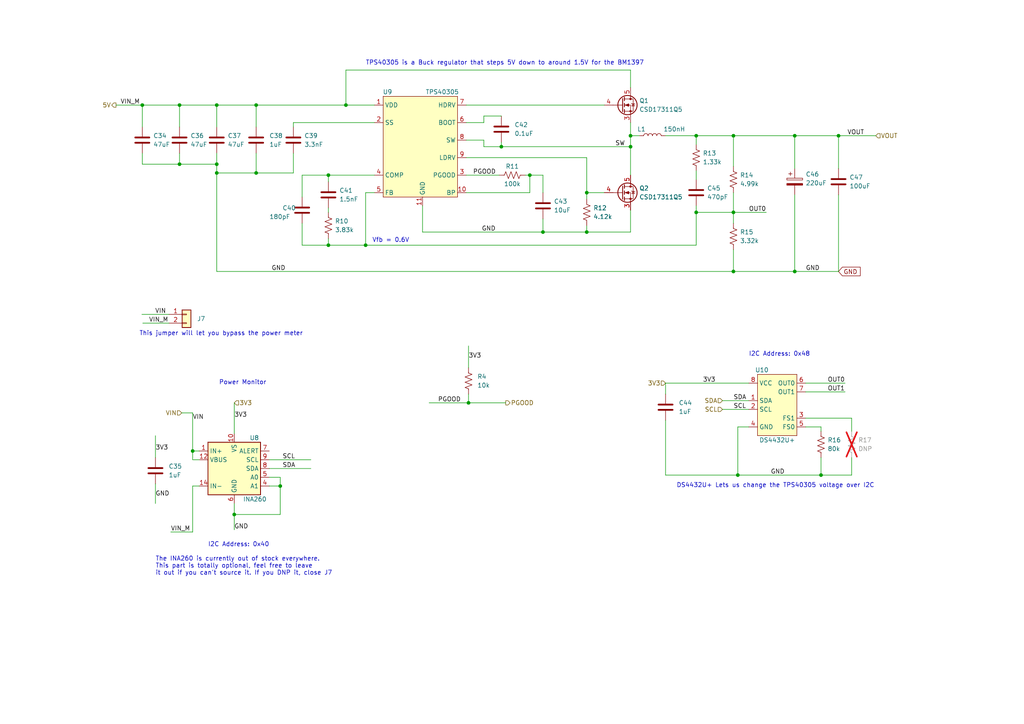
<source format=kicad_sch>
(kicad_sch (version 20230121) (generator eeschema)
  (paper "A4")
  (lib_symbols
    (symbol "Connector_Generic:Conn_01x02" (pin_names (offset 1.016) hide)
      (property "Reference" "J" (at 0 2.54 0))
      (property "Value" "Conn_01x02" (at 0 -5.08 0))
      (symbol "Conn_01x02_1_1"
        (rectangle (start -1.27 -2.413) (end 0 -2.667) (stroke (width 0.1524)))
        (rectangle (start -1.27 0.127) (end 0 -0.127) (stroke (width 0.1524)))
        (rectangle (start -1.27 1.27) (end 1.27 -3.81) (stroke (width 0.254)) (fill (type background)))
        (pin passive line (at -5.08 0 0) (length 3.81) (name "Pin_1") (number "1"))
        (pin passive line (at -5.08 -2.54 0) (length 3.81) (name "Pin_2") (number "2"))
      )
    )
    (symbol "Device:C" (pin_numbers hide) (pin_names (offset 0.254))
      (property "Reference" "C" (at 0.635 2.54 0))
      (property "Value" "C" (at 0.635 -2.54 0))
      (symbol "C_0_1"
        (polyline (pts (xy -2.032 -0.762) (xy 2.032 -0.762)) (stroke (width 0.508)))
        (polyline (pts (xy -2.032 0.762) (xy 2.032 0.762)) (stroke (width 0.508)))
      )
      (symbol "C_1_1"
        (pin passive line (at 0 3.81 270) (length 2.794) (name "~") (number "1"))
        (pin passive line (at 0 -3.81 90) (length 2.794) (name "~") (number "2"))
      )
    )
    (symbol "Device:C_Polarized" (pin_numbers hide) (pin_names (offset 0.254))
      (property "Reference" "C" (at 0.635 2.54 0))
      (property "Value" "C_Polarized" (at 0.635 -2.54 0))
      (symbol "C_Polarized_0_1"
        (rectangle (start -2.286 0.508) (end 2.286 1.016))
        (polyline (pts (xy -1.778 2.286) (xy -0.762 2.286)))
        (polyline (pts (xy -1.27 2.794) (xy -1.27 1.778)))
        (rectangle (start 2.286 -0.508) (end -2.286 -1.016) (fill (type outline)))
      )
      (symbol "C_Polarized_1_1"
        (pin passive line (at 0 3.81 270) (length 2.794) (name "~") (number "1"))
        (pin passive line (at 0 -3.81 90) (length 2.794) (name "~") (number "2"))
      )
    )
    (symbol "Device:L" (pin_numbers hide) (pin_names (offset 1.016) hide)
      (property "Reference" "L" (at -1.27 0 90))
      (property "Value" "L" (at 1.905 0 90))
      (symbol "L_0_1"
        (arc (start 0 -2.54) (mid 0.6323 -1.905) (end 0 -1.27))
        (arc (start 0 -1.27) (mid 0.6323 -0.635) (end 0 0))
        (arc (start 0 0) (mid 0.6323 0.635) (end 0 1.27))
        (arc (start 0 1.27) (mid 0.6323 1.905) (end 0 2.54))
      )
      (symbol "L_1_1"
        (pin passive line (at 0 3.81 270) (length 1.27) (name "1") (number "1"))
        (pin passive line (at 0 -3.81 90) (length 1.27) (name "2") (number "2"))
      )
    )
    (symbol "Device:R_US" (pin_numbers hide) (pin_names (offset 0))
      (property "Reference" "R" (at 2.54 0 90))
      (property "Value" "R_US" (at -2.54 0 90))
      (symbol "R_US_0_1"
        (polyline (pts (xy 0 -2.286) (xy 0 -2.54)))
        (polyline (pts (xy 0 2.286) (xy 0 2.54)))
        (polyline (pts (xy 0 -0.762) (xy 1.016 -1.143) (xy 0 -1.524) (xy -1.016 -1.905) (xy 0 -2.286)))
        (polyline (pts (xy 0 0.762) (xy 1.016 0.381) (xy 0 0) (xy -1.016 -0.381) (xy 0 -0.762)))
        (polyline (pts (xy 0 2.286) (xy 1.016 1.905) (xy 0 1.524) (xy -1.016 1.143) (xy 0 0.762)))
      )
      (symbol "R_US_1_1"
        (pin passive line (at 0 3.81 270) (length 1.27) (name "~") (number "1"))
        (pin passive line (at 0 -3.81 90) (length 1.27) (name "~") (number "2"))
      )
    )
    (symbol "Q_NMOS_CSD17311Q5_1" (pin_names (offset 0) hide)
      (property "Reference" "Q" (at 5.08 1.27 0))
      (property "Value" "Q_NMOS_CSD17311Q5_1" (at 5.08 -1.27 0))
      (symbol "Q_NMOS_CSD17311Q5_1_0_1"
        (polyline (pts (xy 0.254 0) (xy -2.54 0)))
        (polyline (pts (xy 0.254 1.905) (xy 0.254 -1.905)) (stroke (width 0.254)))
        (polyline (pts (xy 0.762 -1.27) (xy 0.762 -2.286)) (stroke (width 0.254)))
        (polyline (pts (xy 0.762 0.508) (xy 0.762 -0.508)) (stroke (width 0.254)))
        (polyline (pts (xy 0.762 2.286) (xy 0.762 1.27)) (stroke (width 0.254)))
        (polyline (pts (xy 2.54 2.54) (xy 2.54 1.778)))
        (polyline (pts (xy 2.54 -2.54) (xy 2.54 0) (xy 0.762 0)))
        (polyline (pts (xy 0.762 -1.778) (xy 3.302 -1.778) (xy 3.302 1.778) (xy 0.762 1.778)))
        (polyline (pts (xy 1.016 0) (xy 2.032 0.381) (xy 2.032 -0.381) (xy 1.016 0)) (fill (type outline)))
        (polyline (pts (xy 2.794 0.508) (xy 2.921 0.381) (xy 3.683 0.381) (xy 3.81 0.254)))
        (polyline (pts (xy 3.302 0.381) (xy 2.921 -0.254) (xy 3.683 -0.254) (xy 3.302 0.381)))
        (circle (center 1.651 0) (radius 2.794) (stroke (width 0.254)))
        (circle (center 2.54 -1.778) (radius 0.254) (fill (type outline)))
        (circle (center 2.54 1.778) (radius 0.254) (fill (type outline)))
      )
      (symbol "Q_NMOS_CSD17311Q5_1_1_1"
        (pin passive line (at 2.54 -5.08 90) (length 2.54) hide (name "") (number "1"))
        (pin passive line (at 2.54 -5.08 90) (length 2.54) hide (name "") (number "2"))
        (pin passive line (at 2.54 -5.08 90) (length 2.54) (name "S") (number "3"))
        (pin input line (at -5.08 0 0) (length 2.54) (name "G") (number "4"))
        (pin passive line (at 2.54 5.08 270) (length 2.54) (name "D") (number "5"))
      )
    )
    (symbol "Sensor:INA260"
      (property "Reference" "U" (at -6.35 8.89 0))
      (property "Value" "INA260" (at 2.54 8.89 0))
      (symbol "INA260_0_1"
        (rectangle (start -7.62 7.62) (end 7.62 -7.62) (stroke (width 0.254)) (fill (type background)))
      )
      (symbol "INA260_1_1"
        (pin passive line (at -10.16 5.08 0) (length 2.54) (name "IN+") (number "1"))
        (pin power_in line (at 0 10.16 270) (length 2.54) (name "VS") (number "10"))
        (pin passive line (at 0 -10.16 90) (length 2.54) hide (name "GND") (number "11"))
        (pin passive line (at -10.16 2.54 0) (length 2.54) (name "VBUS") (number "12"))
        (pin no_connect line (at 2.54 -7.62 90) (length 2.54) hide (name "NC") (number "13"))
        (pin passive line (at -10.16 -5.08 0) (length 2.54) (name "IN-") (number "14"))
        (pin passive line (at -10.16 -5.08 0) (length 2.54) hide (name "IN-") (number "15"))
        (pin passive line (at -10.16 -5.08 0) (length 2.54) hide (name "IN-") (number "16"))
        (pin passive line (at -10.16 5.08 0) (length 2.54) hide (name "IN+") (number "2"))
        (pin passive line (at -10.16 5.08 0) (length 2.54) hide (name "IN+") (number "3"))
        (pin input line (at 10.16 -5.08 180) (length 2.54) (name "A1") (number "4"))
        (pin input line (at 10.16 -2.54 180) (length 2.54) (name "A0") (number "5"))
        (pin power_in line (at 0 -10.16 90) (length 2.54) (name "GND") (number "6"))
        (pin open_collector line (at 10.16 5.08 180) (length 2.54) (name "ALERT") (number "7"))
        (pin bidirectional line (at 10.16 0 180) (length 2.54) (name "SDA") (number "8"))
        (pin input line (at 10.16 2.54 180) (length 2.54) (name "SCL") (number "9"))
      )
    )
    (symbol "TPS40305:DS4432U+"
      (property "Reference" "U" (at 3.81 10.16 0))
      (property "Value" "DS4432U+" (at -1.27 -10.16 0))
      (symbol "DS4432U+_0_1"
        (rectangle (start -6.35 8.89) (end 5.08 -8.89) (stroke (width 0.1524)) (fill (type background)))
      )
      (symbol "DS4432U+_1_1"
        (pin input line (at -8.89 1.27 0) (length 2.54) (name "SDA") (number "1"))
        (pin input line (at -8.89 -1.27 0) (length 2.54) (name "SCL") (number "2"))
        (pin input line (at 7.62 -3.81 180) (length 2.54) (name "FS1") (number "3"))
        (pin power_in line (at -8.89 -6.35 0) (length 2.54) (name "GND") (number "4"))
        (pin input line (at 7.62 -6.35 180) (length 2.54) (name "FS0") (number "5"))
        (pin output line (at 7.62 6.35 180) (length 2.54) (name "OUT0") (number "6"))
        (pin output line (at 7.62 3.81 180) (length 2.54) (name "OUT1") (number "7"))
        (pin power_in line (at -8.89 6.35 0) (length 2.54) (name "VCC") (number "8"))
      )
    )
    (symbol "TPS40305:TPS40305"
      (property "Reference" "U" (at 10.16 16.51 0))
      (property "Value" "TPS40305" (at -7.62 16.51 0))
      (symbol "TPS40305_0_1"
        (rectangle (start -11.43 15.24) (end 10.16 -13.97) (stroke (width 0.1524)) (fill (type background)))
      )
      (symbol "TPS40305_1_1"
        (pin input line (at -13.97 12.7 0) (length 2.54) (name "VDD") (number "1"))
        (pin input line (at 12.7 -12.7 180) (length 2.54) (name "BP") (number "10"))
        (pin input line (at 0 -16.51 90) (length 2.54) (name "GND") (number "11"))
        (pin input line (at -13.97 7.62 0) (length 2.54) (name "SS") (number "2"))
        (pin input line (at 12.7 -7.62 180) (length 2.54) (name "PGOOD") (number "3"))
        (pin input line (at -13.97 -7.62 0) (length 2.54) (name "COMP") (number "4"))
        (pin input line (at -13.97 -12.7 0) (length 2.54) (name "FB") (number "5"))
        (pin input line (at 12.7 7.62 180) (length 2.54) (name "BOOT") (number "6"))
        (pin input line (at 12.7 12.7 180) (length 2.54) (name "HDRV") (number "7"))
        (pin input line (at 12.7 2.54 180) (length 2.54) (name "SW") (number "8"))
        (pin input line (at 12.7 -2.54 180) (length 2.54) (name "LDRV") (number "9"))
      )
    )
  )
  (junction (at 135.89 116.84))
  (junction (at 62.865 50.165))
  (junction (at 201.93 61.595))
  (junction (at 62.865 47.625))
  (junction (at 238.125 137.795))
  (junction (at 153.67 50.8))
  (junction (at 213.995 137.795))
  (junction (at 41.275 30.48))
  (junction (at 145.415 42.545))
  (junction (at 182.88 42.545))
  (junction (at 212.725 78.74))
  (junction (at 95.25 50.8))
  (junction (at 182.88 39.37))
  (junction (at 170.18 55.88))
  (junction (at 230.505 78.74))
  (junction (at 212.725 39.37))
  (junction (at 52.07 47.625))
  (junction (at 74.295 30.48))
  (junction (at 100.33 30.48))
  (junction (at 106.045 71.12))
  (junction (at 67.945 149.225))
  (junction (at 52.07 30.48))
  (junction (at 230.505 39.37))
  (junction (at 212.725 61.595))
  (junction (at 81.28 140.97))
  (junction (at 157.48 67.31))
  (junction (at 62.865 30.48))
  (junction (at 74.295 50.165))
  (junction (at 243.205 39.37))
  (junction (at 55.88 130.81))
  (junction (at 201.93 39.37))
  (junction (at 95.25 71.12))
  (junction (at 170.18 67.31))
  (wire (pts (xy 247.015 137.795) (xy 238.125 137.795)))
  (wire (pts (xy 243.205 39.37) (xy 230.505 39.37)))
  (wire (pts (xy 193.04 111.125) (xy 217.17 111.125)))
  (wire (pts (xy 157.48 63.5) (xy 157.48 67.31)))
  (wire (pts (xy 41.275 30.48) (xy 52.07 30.48)))
  (wire (pts (xy 108.585 50.8) (xy 95.25 50.8)))
  (wire (pts (xy 182.88 35.56) (xy 182.88 39.37)))
  (wire (pts (xy 243.205 48.895) (xy 243.205 39.37)))
  (wire (pts (xy 170.18 55.88) (xy 175.26 55.88)))
  (wire (pts (xy 67.945 116.84) (xy 67.945 125.73)))
  (wire (pts (xy 95.25 60.325) (xy 95.25 61.595)))
  (wire (pts (xy 74.295 44.45) (xy 74.295 50.165)))
  (wire (pts (xy 212.725 55.88) (xy 212.725 61.595)))
  (wire (pts (xy 170.18 45.72) (xy 170.18 55.88)))
  (wire (pts (xy 55.88 130.81) (xy 55.88 119.761)))
  (wire (pts (xy 52.07 44.45) (xy 52.07 47.625)))
  (wire (pts (xy 170.18 67.31) (xy 170.18 65.405)))
  (wire (pts (xy 233.68 113.665) (xy 245.11 113.665)))
  (wire (pts (xy 85.09 44.45) (xy 85.09 50.165)))
  (wire (pts (xy 247.015 132.715) (xy 247.015 137.795)))
  (wire (pts (xy 182.88 20.32) (xy 100.33 20.32)))
  (wire (pts (xy 193.04 114.3) (xy 193.04 111.125)))
  (wire (pts (xy 201.93 39.37) (xy 201.93 41.91)))
  (wire (pts (xy 57.785 133.35) (xy 55.88 133.35)))
  (wire (pts (xy 52.07 47.625) (xy 62.865 47.625)))
  (wire (pts (xy 243.205 39.37) (xy 254 39.37)))
  (wire (pts (xy 55.88 140.97) (xy 55.88 154.305)))
  (wire (pts (xy 124.46 116.84) (xy 135.89 116.84)))
  (wire (pts (xy 87.63 71.12) (xy 87.63 64.77)))
  (wire (pts (xy 87.63 50.8) (xy 87.63 57.15)))
  (wire (pts (xy 49.53 154.305) (xy 55.88 154.305)))
  (wire (pts (xy 209.55 116.205) (xy 217.17 116.205)))
  (wire (pts (xy 62.865 50.165) (xy 74.295 50.165)))
  (wire (pts (xy 78.105 138.43) (xy 81.28 138.43)))
  (wire (pts (xy 122.555 67.31) (xy 157.48 67.31)))
  (wire (pts (xy 81.28 149.225) (xy 67.945 149.225)))
  (wire (pts (xy 213.995 123.825) (xy 217.17 123.825)))
  (wire (pts (xy 62.865 78.74) (xy 212.725 78.74)))
  (wire (pts (xy 201.93 49.53) (xy 201.93 52.07)))
  (wire (pts (xy 57.785 130.81) (xy 55.88 130.81)))
  (wire (pts (xy 74.295 30.48) (xy 74.295 36.83)))
  (wire (pts (xy 95.25 69.215) (xy 95.25 71.12)))
  (wire (pts (xy 233.68 121.285) (xy 247.015 121.285)))
  (wire (pts (xy 212.725 72.39) (xy 212.725 78.74)))
  (wire (pts (xy 41.402 93.726) (xy 49.022 93.726)))
  (wire (pts (xy 157.48 67.31) (xy 170.18 67.31)))
  (wire (pts (xy 238.125 132.715) (xy 238.125 137.795)))
  (wire (pts (xy 153.67 55.88) (xy 153.67 50.8)))
  (wire (pts (xy 230.505 39.37) (xy 230.505 48.895)))
  (wire (pts (xy 212.725 61.595) (xy 212.725 64.77)))
  (wire (pts (xy 140.335 40.64) (xy 140.335 42.545)))
  (wire (pts (xy 182.88 60.96) (xy 182.88 67.31)))
  (wire (pts (xy 81.28 138.43) (xy 81.28 140.97)))
  (wire (pts (xy 135.255 45.72) (xy 170.18 45.72)))
  (wire (pts (xy 135.255 40.64) (xy 140.335 40.64)))
  (wire (pts (xy 41.275 47.625) (xy 52.07 47.625)))
  (wire (pts (xy 233.68 111.125) (xy 245.11 111.125)))
  (wire (pts (xy 135.255 55.88) (xy 153.67 55.88)))
  (wire (pts (xy 41.275 36.83) (xy 41.275 30.48)))
  (wire (pts (xy 230.505 56.515) (xy 230.505 78.74)))
  (wire (pts (xy 62.865 30.48) (xy 62.865 36.83)))
  (wire (pts (xy 152.4 50.8) (xy 153.67 50.8)))
  (wire (pts (xy 52.07 30.48) (xy 62.865 30.48)))
  (wire (pts (xy 213.995 137.795) (xy 213.995 123.825)))
  (wire (pts (xy 45.085 140.335) (xy 45.085 146.05)))
  (wire (pts (xy 140.335 42.545) (xy 145.415 42.545)))
  (wire (pts (xy 230.505 39.37) (xy 212.725 39.37)))
  (wire (pts (xy 100.33 20.32) (xy 100.33 30.48)))
  (wire (pts (xy 182.88 67.31) (xy 170.18 67.31)))
  (wire (pts (xy 67.945 149.225) (xy 67.945 153.67)))
  (wire (pts (xy 233.68 123.825) (xy 238.125 123.825)))
  (wire (pts (xy 135.89 116.84) (xy 146.685 116.84)))
  (wire (pts (xy 170.18 55.88) (xy 170.18 57.785)))
  (wire (pts (xy 182.88 42.545) (xy 182.88 50.8)))
  (wire (pts (xy 95.25 71.12) (xy 87.63 71.12)))
  (wire (pts (xy 62.865 30.48) (xy 74.295 30.48)))
  (wire (pts (xy 230.505 78.74) (xy 243.205 78.74)))
  (wire (pts (xy 193.04 137.795) (xy 213.995 137.795)))
  (wire (pts (xy 78.105 140.97) (xy 81.28 140.97)))
  (wire (pts (xy 67.945 146.05) (xy 67.945 149.225)))
  (wire (pts (xy 135.255 50.8) (xy 144.78 50.8)))
  (wire (pts (xy 106.045 71.12) (xy 95.25 71.12)))
  (wire (pts (xy 157.48 50.8) (xy 157.48 55.88)))
  (wire (pts (xy 52.07 30.48) (xy 52.07 36.83)))
  (wire (pts (xy 135.89 114.3) (xy 135.89 116.84)))
  (wire (pts (xy 62.865 47.625) (xy 62.865 50.165)))
  (wire (pts (xy 145.415 42.545) (xy 182.88 42.545)))
  (wire (pts (xy 182.88 25.4) (xy 182.88 20.32)))
  (wire (pts (xy 62.865 50.165) (xy 62.865 78.74)))
  (wire (pts (xy 247.015 121.285) (xy 247.015 125.095)))
  (wire (pts (xy 41.275 44.45) (xy 41.275 47.625)))
  (wire (pts (xy 62.865 44.45) (xy 62.865 47.625)))
  (wire (pts (xy 122.555 59.69) (xy 122.555 67.31)))
  (wire (pts (xy 212.725 61.595) (xy 222.25 61.595)))
  (wire (pts (xy 212.725 78.74) (xy 230.505 78.74)))
  (wire (pts (xy 193.04 39.37) (xy 201.93 39.37)))
  (wire (pts (xy 209.55 118.745) (xy 217.17 118.745)))
  (wire (pts (xy 108.585 55.88) (xy 106.045 55.88)))
  (wire (pts (xy 108.585 35.56) (xy 85.09 35.56)))
  (wire (pts (xy 57.785 140.97) (xy 55.88 140.97)))
  (wire (pts (xy 201.93 39.37) (xy 212.725 39.37)))
  (wire (pts (xy 153.67 50.8) (xy 157.48 50.8)))
  (wire (pts (xy 140.335 35.56) (xy 140.335 33.655)))
  (wire (pts (xy 201.93 59.69) (xy 201.93 61.595)))
  (wire (pts (xy 41.148 91.186) (xy 49.022 91.186)))
  (wire (pts (xy 243.205 56.515) (xy 243.205 78.74)))
  (wire (pts (xy 201.93 71.12) (xy 106.045 71.12)))
  (wire (pts (xy 95.25 50.8) (xy 87.63 50.8)))
  (wire (pts (xy 74.295 30.48) (xy 100.33 30.48)))
  (wire (pts (xy 140.335 33.655) (xy 145.415 33.655)))
  (wire (pts (xy 145.415 41.275) (xy 145.415 42.545)))
  (wire (pts (xy 45.085 126.365) (xy 45.085 132.715)))
  (wire (pts (xy 135.255 30.48) (xy 175.26 30.48)))
  (wire (pts (xy 55.88 133.35) (xy 55.88 130.81)))
  (wire (pts (xy 100.33 30.48) (xy 108.585 30.48)))
  (wire (pts (xy 85.09 35.56) (xy 85.09 36.83)))
  (wire (pts (xy 212.725 39.37) (xy 212.725 48.26)))
  (wire (pts (xy 182.88 39.37) (xy 185.42 39.37)))
  (wire (pts (xy 135.89 100.33) (xy 135.89 106.68)))
  (wire (pts (xy 238.125 123.825) (xy 238.125 125.095)))
  (wire (pts (xy 201.93 61.595) (xy 201.93 71.12)))
  (wire (pts (xy 135.255 35.56) (xy 140.335 35.56)))
  (wire (pts (xy 78.105 133.35) (xy 90.17 133.35)))
  (wire (pts (xy 81.28 140.97) (xy 81.28 149.225)))
  (wire (pts (xy 106.045 55.88) (xy 106.045 71.12)))
  (wire (pts (xy 182.88 39.37) (xy 182.88 42.545)))
  (wire (pts (xy 238.125 137.795) (xy 213.995 137.795)))
  (wire (pts (xy 193.04 121.92) (xy 193.04 137.795)))
  (wire (pts (xy 52.705 119.761) (xy 55.88 119.761)))
  (wire (pts (xy 33.655 30.48) (xy 41.275 30.48)))
  (wire (pts (xy 78.105 135.89) (xy 90.17 135.89)))
  (wire (pts (xy 74.295 50.165) (xy 85.09 50.165)))
  (wire (pts (xy 201.93 61.595) (xy 212.725 61.595)))
  (wire (pts (xy 95.25 50.8) (xy 95.25 52.705)))
  (text "DS4432U+ Lets us change the TPS40305 voltage over I2C" (at 196.215 141.605 0) (effects (font (size 1.27 1.27)) (justify left bottom)))
  (text "I2C Address: 0x48" (at 217.17 103.505 0) (effects (font (size 1.27 1.27)) (justify left bottom)))
  (text "The INA260 is currently out of stock everywhere.\nThis part is totally optional, feel free to leave \nit out if you can't source it. If you DNP it, close J7" (at 45.085 167.005 0) (effects (font (size 1.27 1.27)) (justify left bottom)))
  (text "Power Monitor" (at 63.5 111.76 0) (effects (font (size 1.27 1.27)) (justify left bottom)))
  (text "TPS40305 is a Buck regulator that steps 5V down to around 1.5V for the BM1397" (at 106.045 19.05 0) (effects (font (size 1.27 1.27)) (justify left bottom)))
  (text "I2C Address: 0x40" (at 60.325 158.75 0) (effects (font (size 1.27 1.27)) (justify left bottom)))
  (text "Vfb = 0.6V" (at 107.95 70.485 0) (effects (font (size 1.27 1.27)) (justify left bottom)))
  (text "This jumper will let you bypass the power meter" (at 40.386 97.536 0) (effects (font (size 1.27 1.27)) (justify left bottom)))
  (label "3V3" (at 203.835 111.125 0))
  (label "SDA" (at 212.725 116.205 0))
  (label "VIN_M" (at 34.925 30.48 0))
  (label "GND" (at 233.68 78.74 0))
  (label "VIN_M" (at 49.53 154.305 0))
  (label "GND" (at 78.74 78.74 0))
  (label "VIN" (at 44.958 91.186 0))
  (label "GND" (at 67.945 153.67 0))
  (label "3V3" (at 67.945 121.285 0))
  (label "PGOOD" (at 137.16 50.8 0))
  (label "GND" (at 45.085 144.145 0))
  (label "SCL" (at 81.915 133.35 0))
  (label "VOUT" (at 245.745 39.37 0))
  (label "3V3" (at 45.085 130.81 0))
  (label "OUT1" (at 240.03 113.665 0))
  (label "SCL" (at 212.725 118.745 0))
  (label "SDA" (at 81.915 135.89 0))
  (label "OUT0" (at 217.17 61.595 0))
  (label "OUT0" (at 240.03 111.125 0))
  (label "GND" (at 223.52 137.795 0))
  (label "VIN_M" (at 43.18 93.726 0))
  (label "3V3" (at 135.89 104.14 0))
  (label "PGOOD" (at 127 116.84 0))
  (label "SW" (at 178.435 42.545 0))
  (label "GND" (at 139.7 67.31 0))
  (label "VIN" (at 55.88 121.92 0))
  (global_label "GND" (shape input) (at 243.205 78.74 0) (property "Intersheetrefs" "${INTERSHEET_REFS}" (effects hide)))
  (hierarchical_label "SDA" (shape input) (at 209.55 116.205 180))
  (hierarchical_label "5V" (shape output) (at 33.655 30.48 180))
  (hierarchical_label "SCL" (shape input) (at 209.55 118.745 180))
  (hierarchical_label "3V3" (shape input) (at 67.945 116.84 0))
  (hierarchical_label "VOUT" (shape input) (at 254 39.37 0))
  (hierarchical_label "VIN" (shape input) (at 52.705 119.761 180))
  (hierarchical_label "3V3" (shape input) (at 193.04 111.125 180))
  (hierarchical_label "PGOOD" (shape output) (at 146.685 116.84 0))
  (symbol (lib_id "Device:C") (at 157.48 59.69 0) (unit 1)
    (property "Reference" "C43" (at 160.655 58.4199 0) (effects (justify left)))
    (property "Value" "10uF" (at 160.655 60.9599 0) (effects (justify left)))
    (property "Footprint" "Capacitor_SMD:C_0805_2012Metric" (effects hide))
    (property "DK" "1276-1096-1-ND" (effects hide))
    (property "PARTNO" "CL21A106KOQNNNE" (effects hide))
  )
  (symbol (lib_id "Device:R_US") (at 212.725 52.07 0) (unit 1)
    (property "Reference" "R14" (at 214.63 50.7999 0) (effects (justify left)))
    (property "Value" "4.99k" (at 214.63 53.3399 0) (effects (justify left)))
    (property "Footprint" "Resistor_SMD:R_0402_1005Metric" (effects hide))
    (property "DK" "311-4.99KLRCT-ND" (effects hide))
    (property "PARTNO" "RC0402FR-074K99L" (effects hide))
  )
  (symbol (lib_id "Device:C") (at 62.865 40.64 0) (unit 1)
    (property "Reference" "C37" (at 66.04 39.3699 0) (effects (justify left)))
    (property "Value" "47uF" (at 66.04 41.9099 0) (effects (justify left)))
    (property "Footprint" "Capacitor_SMD:C_1210_3225Metric" (effects hide))
    (property "DK" "490-6539-1-ND" (effects hide))
    (property "PARTNO" "GRM32ER61C476KE15L" (effects hide))
  )
  (symbol (lib_id "Device:C_Polarized") (at 230.505 52.705 0) (unit 1)
    (property "Reference" "C46" (at 233.68 50.5459 0) (effects (justify left)))
    (property "Value" "220uF" (at 233.68 53.0859 0) (effects (justify left)))
    (property "Footprint" "TPS40305_supply:CAP_2R5TPE220MAFB" (effects hide))
    (property "Datasheet" "https://media.digikey.com/pdf/Data%20Sheets/Panasonic%20Capacitors%20PDFs/TPE_Series_POSCAP_Rev02_Oct_2017.pdf" (effects hide))
    (property "PARTNO" "2R5TPE220MAFB" (effects hide))
    (property "DK" "P16200CT-ND" (effects hide))
  )
  (symbol (lib_id "TPS40305:TPS40305") (at 122.555 43.18 0) (unit 1)
    (property "Reference" "U9" (at 112.395 26.67 0))
    (property "Value" "TPS40305" (at 128.27 26.67 0))
    (property "Footprint" "TPS40305_supply:TPS40305" (effects hide))
    (property "Datasheet" "https://www.ti.com/lit/ds/symlink/tps40303.pdf" (effects hide))
    (property "DK" "296-37445-1-ND" (effects hide))
    (property "PARTNO" "TPS40305DRCR" (effects hide))
  )
  (symbol (lib_id "Sensor:INA260") (at 67.945 135.89 0) (unit 1)
    (property "Reference" "U8" (at 72.39 127 0) (effects (justify left)))
    (property "Value" "INA260" (at 70.485 144.78 0) (effects (justify left)))
    (property "Footprint" "Package_SO:TSSOP-16_4.4x5mm_P0.65mm" (effects hide))
    (property "Datasheet" "http://www.ti.com/lit/ds/symlink/ina260.pdf" (effects hide))
    (property "PARTNO" "INA260AIPWR" (effects hide))
    (property "DK" "296-47777-1-ND" (effects hide))
  )
  (symbol (lib_id "Device:C") (at 41.275 40.64 0) (unit 1)
    (property "Reference" "C34" (at 44.45 39.3699 0) (effects (justify left)))
    (property "Value" "47uF" (at 44.45 41.9099 0) (effects (justify left)))
    (property "Footprint" "Capacitor_SMD:C_1210_3225Metric" (effects hide))
    (property "DK" "490-6539-1-ND" (effects hide))
    (property "PARTNO" "GRM32ER61C476KE15L" (effects hide))
  )
  (symbol (lib_name "Q_NMOS_CSD17311Q5_1") (lib_id "TPS40305:Q_NMOS_CSD17311Q5") (at 180.34 55.88 0) (unit 1)
    (property "Reference" "Q2" (at 185.42 54.61 0) (effects (justify left)))
    (property "Value" "CSD17311Q5" (at 185.42 57.15 0) (effects (justify left)))
    (property "Footprint" "TPS40305_supply:CSD17311Q5" (effects hide))
    (property "Datasheet" "https://www.ti.com/lit/ds/symlink/csd17311q5.pdf" (effects hide))
    (property "DK" "296-27625-1-ND" (effects hide))
    (property "PARTNO" "CSD17311Q5" (effects hide))
  )
  (symbol (lib_id "Device:C") (at 85.09 40.64 0) (unit 1)
    (property "Reference" "C39" (at 88.265 39.3699 0) (effects (justify left)))
    (property "Value" "3.3nF" (at 88.265 41.9099 0) (effects (justify left)))
    (property "Footprint" "Capacitor_SMD:C_0402_1005Metric" (effects hide))
    (property "DK" "1276-1552-1-ND" (effects hide))
    (property "PARTNO" "CL05B332KB5NNNC" (effects hide))
  )
  (symbol (lib_id "Device:C") (at 52.07 40.64 0) (unit 1)
    (property "Reference" "C36" (at 55.245 39.3699 0) (effects (justify left)))
    (property "Value" "47uF" (at 55.245 41.9099 0) (effects (justify left)))
    (property "Footprint" "Capacitor_SMD:C_1210_3225Metric" (effects hide))
    (property "DK" "490-6539-1-ND" (effects hide))
    (property "PARTNO" "GRM32ER61C476KE15L" (effects hide))
  )
  (symbol (lib_id "Device:C") (at 74.295 40.64 0) (unit 1)
    (property "Reference" "C38" (at 78.105 39.3699 0) (effects (justify left)))
    (property "Value" "1uF" (at 78.105 41.9099 0) (effects (justify left)))
    (property "Footprint" "Capacitor_SMD:C_0805_2012Metric" (effects hide))
    (property "DK" "1276-6471-1-ND" (effects hide))
    (property "PARTNO" "CL21B105KOFNNNG" (effects hide))
  )
  (symbol (lib_id "TPS40305:DS4432U+") (at 226.06 117.475 0) (unit 1)
    (property "Reference" "U10" (at 220.98 107.315 0))
    (property "Value" "DS4432U+" (at 225.425 127.635 0))
    (property "Footprint" "Package_SO:TSSOP-8_3x3mm_P0.65mm" (effects hide))
    (property "Datasheet" "https://datasheets.maximintegrated.com/en/ds/DS4432.pdf" (effects hide))
    (property "DK" "DS4432U+-ND" (effects hide))
    (property "PARTNO" "DS4432U+" (effects hide))
  )
  (symbol (lib_id "Device:C") (at 243.205 52.705 0) (unit 1)
    (property "Reference" "C47" (at 246.38 51.4349 0) (effects (justify left)))
    (property "Value" "100uF" (at 246.38 53.9749 0) (effects (justify left)))
    (property "Footprint" "Capacitor_SMD:C_1206_3216Metric" (effects hide))
    (property "PARTNO" "C3216X5R0J107M160AB" (effects hide))
    (property "DK" "445-6008-1-ND" (effects hide))
  )
  (symbol (lib_id "Device:C") (at 95.25 56.515 0) (unit 1)
    (property "Reference" "C41" (at 98.425 55.2449 0) (effects (justify left)))
    (property "Value" "1.5nF" (at 98.425 57.7849 0) (effects (justify left)))
    (property "Footprint" "Capacitor_SMD:C_0805_2012Metric" (effects hide))
    (property "DK" "311-1128-1-ND" (effects hide))
    (property "PARTNO" "CC0805KRX7R9BB152" (effects hide))
  )
  (symbol (lib_id "Device:R_US") (at 212.725 68.58 0) (unit 1)
    (property "Reference" "R15" (at 214.63 67.3099 0) (effects (justify left)))
    (property "Value" "3.32k" (at 214.63 69.8499 0) (effects (justify left)))
    (property "Footprint" "Resistor_SMD:R_0402_1005Metric" (effects hide))
    (property "DK" "311-3.32KLRCT-ND" (effects hide))
    (property "PARTNO" "RC0402FR-073K32L" (effects hide))
  )
  (symbol (lib_id "Device:R_US") (at 148.59 50.8 90) (unit 1)
    (property "Reference" "R11" (at 148.59 48.26 90))
    (property "Value" "100k" (at 148.59 53.34 90))
    (property "Footprint" "Resistor_SMD:R_0402_1005Metric" (effects hide))
    (property "DK" "311-100KJRCT-ND" (effects hide))
    (property "PARTNO" "RC0402JR-07100KL" (effects hide))
  )
  (symbol (lib_id "Device:C") (at 145.415 37.465 0) (unit 1)
    (property "Reference" "C42" (at 149.225 36.1949 0) (effects (justify left)))
    (property "Value" "0.1uF" (at 149.225 38.7349 0) (effects (justify left)))
    (property "Footprint" "Capacitor_SMD:C_0402_1005Metric" (effects hide))
    (property "DK" "1292-1639-1-ND" (effects hide))
    (property "PARTNO" "0402X104K100CT" (effects hide))
  )
  (symbol (lib_id "Connector_Generic:Conn_01x02") (at 54.102 91.186 0) (unit 1)
    (property "Reference" "J7" (at 57.15 92.4559 0) (effects (justify left)))
    (property "Value" "Conn_01x02" (effects hide))
    (property "Footprint" "Connector_PinHeader_2.54mm:PinHeader_1x02_P2.54mm_Vertical" (effects hide))
  )
  (symbol (lib_id "Device:R_US") (at 238.125 128.905 0) (unit 1)
    (property "Reference" "R16" (at 240.03 127.6349 0) (effects (justify left)))
    (property "Value" "80k" (at 240.03 130.1749 0) (effects (justify left)))
    (property "Footprint" "Resistor_SMD:R_0402_1005Metric" (effects hide))
    (property "DK" "311-80.6KLRCT-ND" (effects hide))
    (property "PARTNO" "RC0402FR-0780K6L" (effects hide))
  )
  (symbol (lib_id "Device:C") (at 193.04 118.11 0) (unit 1)
    (property "Reference" "C44" (at 196.85 116.8399 0) (effects (justify left)))
    (property "Value" "1uF" (at 196.85 119.3799 0) (effects (justify left)))
    (property "Footprint" "Capacitor_SMD:C_0402_1005Metric" (effects hide))
    (property "DK" "587-5514-1-ND" (effects hide))
    (property "PARTNO" "EMK105BJ105MV-F" (effects hide))
  )
  (symbol (lib_id "Device:R_US") (at 201.93 45.72 0) (unit 1)
    (property "Reference" "R13" (at 203.835 44.4499 0) (effects (justify left)))
    (property "Value" "1.33k" (at 203.835 46.9899 0) (effects (justify left)))
    (property "Footprint" "Resistor_SMD:R_0402_1005Metric" (effects hide))
    (property "DK" "311-1.33KLRCT-ND" (effects hide))
    (property "PARTNO" "RC0402FR-071K33L" (effects hide))
  )
  (symbol (lib_id "Device:R_US") (at 95.25 65.405 0) (unit 1)
    (property "Reference" "R10" (at 97.155 64.1349 0) (effects (justify left)))
    (property "Value" "3.83k" (at 97.155 66.6749 0) (effects (justify left)))
    (property "Footprint" "Resistor_SMD:R_0402_1005Metric" (effects hide))
    (property "DK" "311-3.83KLRCT-ND" (effects hide))
    (property "PARTNO" "RC0402FR-073K83L" (effects hide))
  )
  (symbol (lib_name "Q_NMOS_CSD17311Q5_1") (lib_id "TPS40305:Q_NMOS_CSD17311Q5") (at 180.34 30.48 0) (unit 1)
    (property "Reference" "Q1" (at 185.42 29.21 0) (effects (justify left)))
    (property "Value" "CSD17311Q5" (at 185.42 31.75 0) (effects (justify left)))
    (property "Footprint" "TPS40305_supply:CSD17311Q5" (effects hide))
    (property "Datasheet" "https://www.ti.com/lit/ds/symlink/csd17311q5.pdf" (effects hide))
    (property "DK" "296-27625-1-ND" (effects hide))
    (property "PARTNO" "CSD17311Q5" (effects hide))
  )
  (symbol (lib_id "Device:C") (at 201.93 55.88 0) (unit 1)
    (property "Reference" "C45" (at 205.105 54.6099 0) (effects (justify left)))
    (property "Value" "470pF" (at 205.105 57.1499 0) (effects (justify left)))
    (property "Footprint" "Capacitor_SMD:C_0805_2012Metric" (effects hide))
    (property "DK" "1292-1580-1-ND" (effects hide))
    (property "PARTNO" "0805B471K500CT" (effects hide))
  )
  (symbol (lib_id "Device:L") (at 189.23 39.37 90) (unit 1)
    (property "Reference" "L1" (at 186.055 37.465 90))
    (property "Value" "150nH" (at 195.58 37.465 90))
    (property "Footprint" "TPS40305_supply:FP1005R1-R15-R" (effects hide))
    (property "Datasheet" "https://www.eaton.com/content/dam/eaton/products/electronic-components/resources/data-sheet/eaton-fp1005r-high-current-power-inductors-data-sheet.pdf" (effects hide))
    (property "PARTNO" "FP1005R1-R15-R" (effects hide))
    (property "DK" "513-1568-1-ND" (effects hide))
  )
  (symbol (lib_id "Device:R_US") (at 247.015 128.905 0) (unit 1) (dnp yes)
    (property "Reference" "R17" (at 248.92 127.6349 0) (effects (justify left)))
    (property "Value" "DNP" (at 248.92 130.1749 0) (effects (justify left)))
    (property "Footprint" "Resistor_SMD:R_0402_1005Metric" (effects hide))
  )
  (symbol (lib_id "Device:R_US") (at 170.18 61.595 0) (unit 1)
    (property "Reference" "R12" (at 172.085 60.3249 0) (effects (justify left)))
    (property "Value" "4.12k" (at 172.085 62.8649 0) (effects (justify left)))
    (property "Footprint" "Resistor_SMD:R_0402_1005Metric" (effects hide))
    (property "DK" "RMCF0402FT4K12CT-ND" (effects hide))
    (property "PARTNO" "RMCF0402FT4K12" (effects hide))
  )
  (symbol (lib_id "Device:C") (at 45.085 136.525 0) (unit 1)
    (property "Reference" "C35" (at 48.895 135.2549 0) (effects (justify left)))
    (property "Value" "1uF" (at 48.895 137.7949 0) (effects (justify left)))
    (property "Footprint" "Capacitor_SMD:C_0402_1005Metric" (effects hide))
    (property "DK" "587-5514-1-ND" (effects hide))
    (property "PARTNO" "EMK105BJ105MV-F" (effects hide))
  )
  (symbol (lib_id "Device:C") (at 87.63 60.96 0) (unit 1)
    (property "Reference" "C40" (at 81.915 60.325 0) (effects (justify left)))
    (property "Value" "180pF" (at 78.105 62.865 0) (effects (justify left)))
    (property "Footprint" "Capacitor_SMD:C_0805_2012Metric" (effects hide))
    (property "DK" "311-1114-1-ND" (effects hide))
    (property "PARTNO" "CC0805JRNPO9BN181" (effects hide))
  )
  (symbol (lib_id "Device:R_US") (at 135.89 110.49 0) (unit 1)
    (property "Reference" "R4" (at 138.43 109.2199 0) (effects (justify left)))
    (property "Value" "10k" (at 138.43 111.7599 0) (effects (justify left)))
    (property "Footprint" "Resistor_SMD:R_0402_1005Metric" (effects hide))
    (property "DK" "311-10KJRCT-ND" (effects hide))
    (property "PARTNO" "RC0402JR-0710KL" (effects hide))
  )
)
</source>
